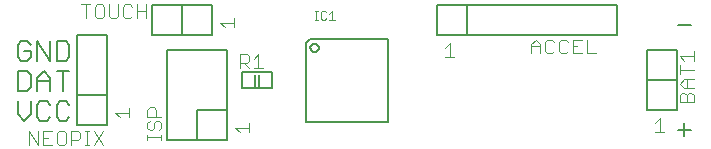
<source format=gto>
G75*
%MOIN*%
%OFA0B0*%
%FSLAX24Y24*%
%IPPOS*%
%LPD*%
%AMOC8*
5,1,8,0,0,1.08239X$1,22.5*
%
%ADD10C,0.0060*%
%ADD11C,0.0030*%
%ADD12C,0.0050*%
%ADD13C,0.0040*%
D10*
X000924Y001835D02*
X001137Y002049D01*
X001137Y002476D01*
X001355Y002369D02*
X001355Y001942D01*
X001461Y001835D01*
X001675Y001835D01*
X001782Y001942D01*
X001999Y001942D02*
X002106Y001835D01*
X002319Y001835D01*
X002426Y001942D01*
X001999Y001942D02*
X001999Y002369D01*
X002106Y002476D01*
X002319Y002476D01*
X002426Y002369D01*
X001782Y002369D02*
X001675Y002476D01*
X001461Y002476D01*
X001355Y002369D01*
X000710Y002476D02*
X000710Y002049D01*
X000924Y001835D01*
X001030Y002835D02*
X000710Y002835D01*
X000710Y003476D01*
X001030Y003476D01*
X001137Y003369D01*
X001137Y002942D01*
X001030Y002835D01*
X001355Y002835D02*
X001355Y003262D01*
X001568Y003476D01*
X001782Y003262D01*
X001782Y002835D01*
X002213Y002835D02*
X002213Y003476D01*
X002426Y003476D02*
X001999Y003476D01*
X001782Y003155D02*
X001355Y003155D01*
X001355Y003835D02*
X001355Y004476D01*
X001782Y003835D01*
X001782Y004476D01*
X001999Y004476D02*
X002319Y004476D01*
X002426Y004369D01*
X002426Y003942D01*
X002319Y003835D01*
X001999Y003835D01*
X001999Y004476D01*
X001137Y004369D02*
X001030Y004476D01*
X000817Y004476D01*
X000710Y004369D01*
X000710Y003942D01*
X000817Y003835D01*
X001030Y003835D01*
X001137Y003942D01*
X001137Y004155D01*
X000924Y004155D01*
X010300Y004420D02*
X010300Y001800D01*
X013060Y001800D01*
X013060Y004560D01*
X010440Y004560D01*
X010300Y004420D01*
X010459Y004260D02*
X010461Y004283D01*
X010467Y004306D01*
X010476Y004327D01*
X010489Y004347D01*
X010505Y004364D01*
X010523Y004378D01*
X010543Y004389D01*
X010565Y004397D01*
X010588Y004401D01*
X010612Y004401D01*
X010635Y004397D01*
X010657Y004389D01*
X010677Y004378D01*
X010695Y004364D01*
X010711Y004347D01*
X010724Y004327D01*
X010733Y004306D01*
X010739Y004283D01*
X010741Y004260D01*
X010739Y004237D01*
X010733Y004214D01*
X010724Y004193D01*
X010711Y004173D01*
X010695Y004156D01*
X010677Y004142D01*
X010657Y004131D01*
X010635Y004123D01*
X010612Y004119D01*
X010588Y004119D01*
X010565Y004123D01*
X010543Y004131D01*
X010523Y004142D01*
X010505Y004156D01*
X010489Y004173D01*
X010476Y004193D01*
X010467Y004214D01*
X010461Y004237D01*
X010459Y004260D01*
X022710Y005030D02*
X023137Y005030D01*
X022924Y001744D02*
X022924Y001317D01*
X022710Y001530D02*
X023137Y001530D01*
D11*
X011290Y005195D02*
X011096Y005195D01*
X011193Y005195D02*
X011193Y005485D01*
X011096Y005388D01*
X010995Y005437D02*
X010947Y005485D01*
X010850Y005485D01*
X010801Y005437D01*
X010801Y005243D01*
X010850Y005195D01*
X010947Y005195D01*
X010995Y005243D01*
X010702Y005195D02*
X010605Y005195D01*
X010653Y005195D02*
X010653Y005485D01*
X010605Y005485D02*
X010702Y005485D01*
D12*
X007180Y005680D02*
X007180Y004680D01*
X006180Y004680D01*
X006180Y005680D01*
X007180Y005680D01*
X006180Y005680D02*
X005180Y005680D01*
X005180Y004680D01*
X006180Y004680D01*
X005680Y004180D02*
X005680Y001180D01*
X006680Y001180D01*
X006680Y002180D01*
X007680Y002180D01*
X007680Y004180D01*
X005680Y004180D01*
X003680Y004680D02*
X002680Y004680D01*
X002680Y002680D01*
X003680Y002680D01*
X003680Y004680D01*
X008168Y003456D02*
X008168Y002904D01*
X009192Y002904D01*
X009192Y003456D01*
X008168Y003456D01*
X008621Y003357D02*
X008621Y003003D01*
X008739Y003003D02*
X008739Y003357D01*
X007680Y002180D02*
X007680Y001180D01*
X006680Y001180D01*
X003680Y001680D02*
X003680Y002680D01*
X002680Y002680D02*
X002680Y001680D01*
X003680Y001680D01*
X014680Y004680D02*
X015680Y004680D01*
X015680Y005680D01*
X014680Y005680D01*
X014680Y004680D01*
X015680Y004680D02*
X020680Y004680D01*
X020680Y005680D01*
X015680Y005680D01*
X021680Y004180D02*
X022680Y004180D01*
X022680Y003180D01*
X022680Y002180D01*
X021680Y002180D01*
X021680Y003180D01*
X022680Y003180D01*
X021680Y003180D02*
X021680Y004180D01*
D13*
X001091Y001485D02*
X001091Y001025D01*
X001398Y001025D02*
X001398Y001485D01*
X001551Y001485D02*
X001551Y001025D01*
X001858Y001025D01*
X002012Y001102D02*
X002089Y001025D01*
X002242Y001025D01*
X002319Y001102D01*
X002319Y001409D01*
X002242Y001485D01*
X002089Y001485D01*
X002012Y001409D01*
X002012Y001102D01*
X001705Y001255D02*
X001551Y001255D01*
X001551Y001485D02*
X001858Y001485D01*
X002472Y001485D02*
X002702Y001485D01*
X002779Y001409D01*
X002779Y001255D01*
X002702Y001178D01*
X002472Y001178D01*
X002472Y001025D02*
X002472Y001485D01*
X002933Y001485D02*
X003086Y001485D01*
X003009Y001485D02*
X003009Y001025D01*
X002933Y001025D02*
X003086Y001025D01*
X003240Y001025D02*
X003547Y001485D01*
X003240Y001485D02*
X003547Y001025D01*
X005025Y001200D02*
X005025Y001353D01*
X005025Y001277D02*
X005485Y001277D01*
X005485Y001353D02*
X005485Y001200D01*
X005408Y001507D02*
X005485Y001584D01*
X005485Y001737D01*
X005408Y001814D01*
X005332Y001814D01*
X005255Y001737D01*
X005255Y001584D01*
X005178Y001507D01*
X005101Y001507D01*
X005025Y001584D01*
X005025Y001737D01*
X005101Y001814D01*
X005025Y001967D02*
X005025Y002198D01*
X005101Y002274D01*
X005255Y002274D01*
X005332Y002198D01*
X005332Y001967D01*
X005485Y001967D02*
X005025Y001967D01*
X004410Y001950D02*
X004410Y002257D01*
X004410Y002103D02*
X003950Y002103D01*
X004103Y001950D01*
X001398Y001025D02*
X001091Y001485D01*
X007950Y001603D02*
X008410Y001603D01*
X008410Y001450D02*
X008410Y001757D01*
X008103Y001450D02*
X007950Y001603D01*
X008109Y003594D02*
X008109Y004054D01*
X008340Y004054D01*
X008416Y003977D01*
X008416Y003824D01*
X008340Y003747D01*
X008109Y003747D01*
X008263Y003747D02*
X008416Y003594D01*
X008570Y003594D02*
X008877Y003594D01*
X008723Y003594D02*
X008723Y004054D01*
X008570Y003901D01*
X007910Y004950D02*
X007910Y005257D01*
X007910Y005103D02*
X007450Y005103D01*
X007603Y004950D01*
X004973Y005250D02*
X004973Y005710D01*
X004667Y005710D02*
X004667Y005250D01*
X004513Y005327D02*
X004436Y005250D01*
X004283Y005250D01*
X004206Y005327D01*
X004206Y005634D01*
X004283Y005710D01*
X004436Y005710D01*
X004513Y005634D01*
X004667Y005480D02*
X004973Y005480D01*
X004053Y005327D02*
X004053Y005710D01*
X003746Y005710D02*
X003746Y005327D01*
X003823Y005250D01*
X003976Y005250D01*
X004053Y005327D01*
X003592Y005327D02*
X003592Y005634D01*
X003516Y005710D01*
X003362Y005710D01*
X003285Y005634D01*
X003285Y005327D01*
X003362Y005250D01*
X003516Y005250D01*
X003592Y005327D01*
X002978Y005250D02*
X002978Y005710D01*
X002825Y005710D02*
X003132Y005710D01*
X014950Y004257D02*
X015103Y004410D01*
X015103Y003950D01*
X014950Y003950D02*
X015257Y003950D01*
X017825Y004075D02*
X017825Y004382D01*
X017978Y004535D01*
X018132Y004382D01*
X018132Y004075D01*
X018285Y004152D02*
X018362Y004075D01*
X018516Y004075D01*
X018592Y004152D01*
X018746Y004152D02*
X018823Y004075D01*
X018976Y004075D01*
X019053Y004152D01*
X019206Y004075D02*
X019513Y004075D01*
X019667Y004075D02*
X019973Y004075D01*
X019667Y004075D02*
X019667Y004535D01*
X019513Y004535D02*
X019206Y004535D01*
X019206Y004075D01*
X018746Y004152D02*
X018746Y004459D01*
X018823Y004535D01*
X018976Y004535D01*
X019053Y004459D01*
X019206Y004305D02*
X019360Y004305D01*
X018592Y004459D02*
X018516Y004535D01*
X018362Y004535D01*
X018285Y004459D01*
X018285Y004152D01*
X018132Y004305D02*
X017825Y004305D01*
X022775Y003985D02*
X023235Y003985D01*
X023235Y004138D02*
X023235Y003831D01*
X022928Y003831D02*
X022775Y003985D01*
X022775Y003678D02*
X022775Y003371D01*
X022928Y003217D02*
X023235Y003217D01*
X023005Y003217D02*
X023005Y002910D01*
X022928Y002910D02*
X022775Y003064D01*
X022928Y003217D01*
X022928Y002910D02*
X023235Y002910D01*
X023158Y002757D02*
X023082Y002757D01*
X023005Y002680D01*
X023005Y002450D01*
X023235Y002450D02*
X022775Y002450D01*
X022775Y002680D01*
X022851Y002757D01*
X022928Y002757D01*
X023005Y002680D01*
X023158Y002757D02*
X023235Y002680D01*
X023235Y002450D01*
X022103Y001910D02*
X022103Y001450D01*
X021950Y001450D02*
X022257Y001450D01*
X021950Y001757D02*
X022103Y001910D01*
X022775Y003524D02*
X023235Y003524D01*
M02*

</source>
